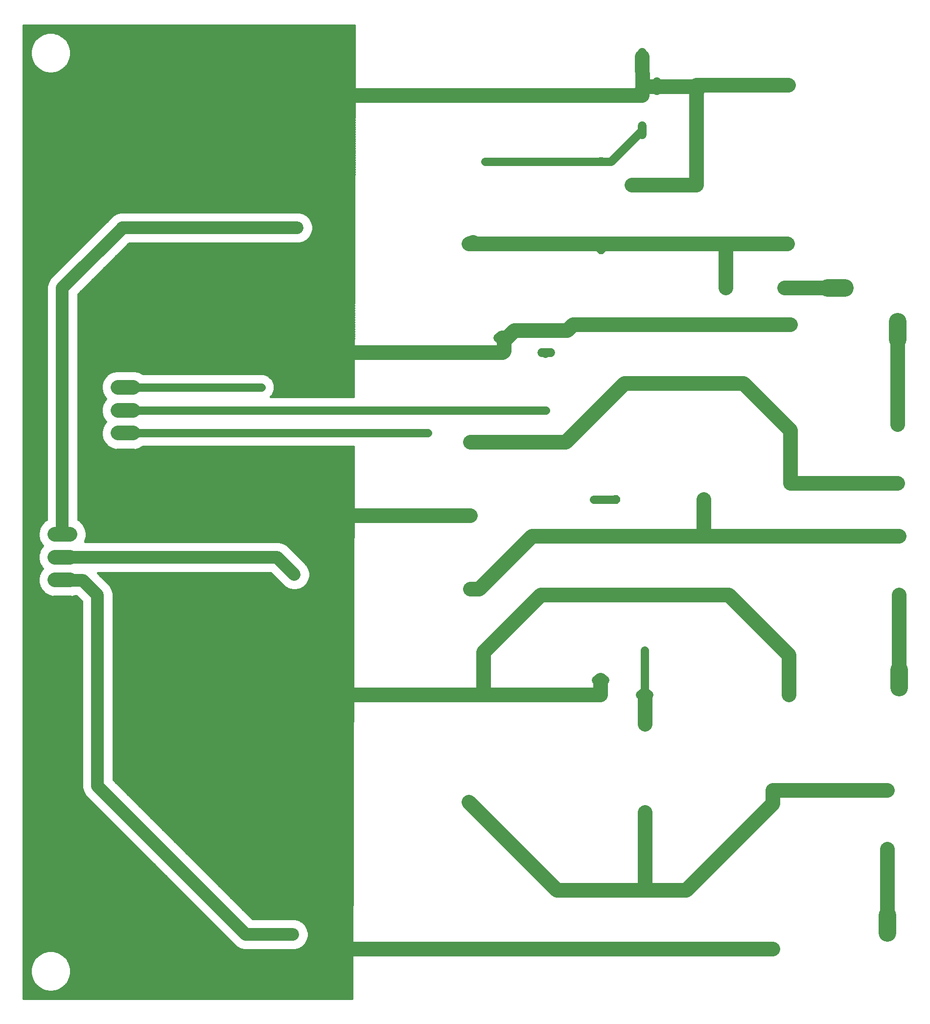
<source format=gbl>
G75*
%MOIN*%
%OFA0B0*%
%FSLAX25Y25*%
%IPPOS*%
%LPD*%
%AMOC8*
5,1,8,0,0,1.08239X$1,22.5*
%
%ADD10C,0.07087*%
%ADD11C,0.11850*%
%ADD12OC8,0.06000*%
%ADD13C,0.06000*%
%ADD14OC8,0.07050*%
%ADD15C,0.06600*%
%ADD16C,0.10039*%
%ADD17C,0.01600*%
%ADD18C,0.10000*%
%ADD19C,0.05600*%
%ADD20R,0.03962X0.03962*%
%ADD21C,0.08600*%
D10*
X0191800Y0051800D03*
X0191800Y0131800D03*
X0311800Y0141800D03*
X0311800Y0041800D03*
X0312800Y0286800D03*
X0312800Y0336800D03*
X0312800Y0386800D03*
X0192800Y0376800D03*
X0192800Y0296800D03*
X0314800Y0522800D03*
X0314800Y0622800D03*
X0194800Y0612800D03*
X0194800Y0532800D03*
D11*
X0555875Y0491800D02*
X0567725Y0491800D01*
X0603800Y0468725D02*
X0603800Y0456875D01*
X0604800Y0231725D02*
X0604800Y0219875D01*
X0596800Y0064725D02*
X0596800Y0052875D01*
D12*
X0459800Y0041800D03*
X0433800Y0041800D03*
X0406800Y0041800D03*
X0406800Y0081800D03*
X0433800Y0081800D03*
X0459800Y0081800D03*
X0431800Y0134800D03*
X0431800Y0194800D03*
X0419800Y0282800D03*
X0445800Y0282800D03*
X0471800Y0282800D03*
X0471800Y0322800D03*
X0471800Y0347800D03*
X0445800Y0322800D03*
X0419800Y0322800D03*
X0411800Y0347800D03*
X0417800Y0426800D03*
X0441800Y0426800D03*
X0465800Y0426800D03*
X0465800Y0466800D03*
X0441800Y0466800D03*
X0417800Y0466800D03*
X0401800Y0517800D03*
X0422800Y0521800D03*
X0445800Y0521800D03*
X0466800Y0521800D03*
X0466800Y0561800D03*
X0445800Y0561800D03*
X0422800Y0561800D03*
X0401800Y0577800D03*
D13*
X0429800Y0596300D02*
X0429800Y0602300D01*
X0439800Y0626300D02*
X0439800Y0632300D01*
X0429800Y0646300D02*
X0429800Y0652300D01*
X0337300Y0457800D02*
X0331300Y0457800D01*
X0317300Y0447800D02*
X0311300Y0447800D01*
X0361300Y0447800D02*
X0367300Y0447800D01*
X0398300Y0224800D02*
X0404300Y0224800D01*
X0384300Y0214800D02*
X0378300Y0214800D01*
X0428300Y0214800D02*
X0434300Y0214800D01*
D14*
X0518800Y0149800D03*
X0529800Y0214800D03*
X0529800Y0322800D03*
X0530800Y0358800D03*
X0530800Y0466800D03*
X0528800Y0521800D03*
X0528800Y0629800D03*
X0518800Y0041800D03*
D15*
X0596800Y0109800D03*
X0596800Y0149800D03*
X0604800Y0282800D03*
X0604800Y0322800D03*
X0603800Y0358800D03*
X0603800Y0398800D03*
X0526800Y0491800D03*
X0486800Y0491800D03*
D16*
X0082820Y0424186D02*
X0072780Y0424186D01*
X0072780Y0408595D02*
X0082820Y0408595D01*
X0082820Y0393005D02*
X0072780Y0393005D01*
X0072780Y0377414D02*
X0082820Y0377414D01*
X0039820Y0324186D02*
X0029780Y0324186D01*
X0029780Y0308595D02*
X0039820Y0308595D01*
X0039820Y0293005D02*
X0029780Y0293005D01*
X0029780Y0277414D02*
X0039820Y0277414D01*
D17*
X0008200Y0008200D02*
X0008200Y0670400D01*
X0233784Y0670400D01*
X0233033Y0417795D01*
X0176808Y0417795D01*
X0177593Y0418579D01*
X0177594Y0418584D01*
X0177985Y0418974D01*
X0179386Y0422356D01*
X0179386Y0426016D01*
X0177985Y0429397D01*
X0177594Y0429788D01*
X0177593Y0429792D01*
X0175792Y0431593D01*
X0175788Y0431594D01*
X0175397Y0431985D01*
X0172016Y0433386D01*
X0089724Y0433386D01*
X0087228Y0434827D01*
X0084323Y0435605D01*
X0071277Y0435605D01*
X0068372Y0434827D01*
X0065768Y0433324D01*
X0063642Y0431198D01*
X0062139Y0428594D01*
X0061361Y0425689D01*
X0061361Y0422682D01*
X0062139Y0419778D01*
X0063642Y0417174D01*
X0064426Y0416391D01*
X0063642Y0415607D01*
X0062139Y0413003D01*
X0061361Y0410099D01*
X0061361Y0407092D01*
X0062139Y0404187D01*
X0063642Y0401583D01*
X0064426Y0400800D01*
X0063642Y0400017D01*
X0062139Y0397413D01*
X0061361Y0394508D01*
X0061361Y0391501D01*
X0062139Y0388597D01*
X0063642Y0385993D01*
X0065768Y0383867D01*
X0068372Y0382363D01*
X0071277Y0381585D01*
X0084323Y0381585D01*
X0087228Y0382363D01*
X0089724Y0383805D01*
X0232932Y0383805D01*
X0231816Y0008200D01*
X0008200Y0008200D01*
X0008200Y0009793D02*
X0231821Y0009793D01*
X0231826Y0011391D02*
X0008200Y0011391D01*
X0008200Y0012990D02*
X0024732Y0012990D01*
X0024973Y0012925D02*
X0028627Y0012925D01*
X0032156Y0013871D01*
X0035319Y0015697D01*
X0037903Y0018281D01*
X0039729Y0021444D01*
X0040675Y0024973D01*
X0040675Y0028627D01*
X0039729Y0032156D01*
X0037903Y0035319D01*
X0035319Y0037903D01*
X0032156Y0039729D01*
X0028627Y0040675D01*
X0024973Y0040675D01*
X0021444Y0039729D01*
X0018281Y0037903D01*
X0015697Y0035319D01*
X0013871Y0032156D01*
X0012925Y0028627D01*
X0012925Y0024973D01*
X0013871Y0021444D01*
X0015697Y0018281D01*
X0018281Y0015697D01*
X0021444Y0013871D01*
X0024973Y0012925D01*
X0028868Y0012990D02*
X0231830Y0012990D01*
X0231835Y0014588D02*
X0033398Y0014588D01*
X0035809Y0016187D02*
X0231840Y0016187D01*
X0231845Y0017785D02*
X0037407Y0017785D01*
X0038540Y0019384D02*
X0231849Y0019384D01*
X0231854Y0020982D02*
X0039463Y0020982D01*
X0040034Y0022581D02*
X0231859Y0022581D01*
X0231864Y0024179D02*
X0040462Y0024179D01*
X0040675Y0025778D02*
X0231868Y0025778D01*
X0231873Y0027376D02*
X0040675Y0027376D01*
X0040582Y0028975D02*
X0231878Y0028975D01*
X0231883Y0030573D02*
X0040153Y0030573D01*
X0039720Y0032172D02*
X0231887Y0032172D01*
X0231892Y0033770D02*
X0038797Y0033770D01*
X0037853Y0035369D02*
X0231897Y0035369D01*
X0231902Y0036967D02*
X0036255Y0036967D01*
X0034171Y0038566D02*
X0231906Y0038566D01*
X0231911Y0040164D02*
X0030533Y0040164D01*
X0023067Y0040164D02*
X0008200Y0040164D01*
X0008200Y0038566D02*
X0019429Y0038566D01*
X0017345Y0036967D02*
X0008200Y0036967D01*
X0008200Y0035369D02*
X0015747Y0035369D01*
X0014803Y0033770D02*
X0008200Y0033770D01*
X0008200Y0032172D02*
X0013880Y0032172D01*
X0013447Y0030573D02*
X0008200Y0030573D01*
X0008200Y0028975D02*
X0013018Y0028975D01*
X0012925Y0027376D02*
X0008200Y0027376D01*
X0008200Y0025778D02*
X0012925Y0025778D01*
X0013138Y0024179D02*
X0008200Y0024179D01*
X0008200Y0022581D02*
X0013566Y0022581D01*
X0014137Y0020982D02*
X0008200Y0020982D01*
X0008200Y0019384D02*
X0015060Y0019384D01*
X0016193Y0017785D02*
X0008200Y0017785D01*
X0008200Y0016187D02*
X0017791Y0016187D01*
X0020202Y0014588D02*
X0008200Y0014588D01*
X0008200Y0041763D02*
X0155918Y0041763D01*
X0155670Y0041829D02*
X0158391Y0041100D01*
X0193209Y0041100D01*
X0195930Y0041829D01*
X0198370Y0043238D01*
X0200362Y0045230D01*
X0201771Y0047670D01*
X0202500Y0050391D01*
X0202500Y0053209D01*
X0201771Y0055930D01*
X0200362Y0058370D01*
X0198370Y0060362D01*
X0195930Y0061771D01*
X0193209Y0062500D01*
X0164232Y0062500D01*
X0069500Y0157232D01*
X0069500Y0284209D01*
X0068771Y0286930D01*
X0067362Y0289370D01*
X0058837Y0297895D01*
X0176573Y0297895D01*
X0186230Y0288238D01*
X0188670Y0286829D01*
X0191391Y0286100D01*
X0194209Y0286100D01*
X0196930Y0286829D01*
X0199370Y0288238D01*
X0201362Y0290230D01*
X0202771Y0292670D01*
X0203500Y0295391D01*
X0203500Y0298209D01*
X0202771Y0300930D01*
X0201362Y0303370D01*
X0187575Y0317157D01*
X0185135Y0318566D01*
X0182413Y0319295D01*
X0050182Y0319295D01*
X0050461Y0319778D01*
X0051239Y0322682D01*
X0051239Y0325689D01*
X0050461Y0328594D01*
X0048958Y0331198D01*
X0046832Y0333324D01*
X0045500Y0334093D01*
X0045500Y0487368D01*
X0080232Y0522100D01*
X0196209Y0522100D01*
X0198930Y0522829D01*
X0201370Y0524238D01*
X0203362Y0526230D01*
X0204771Y0528670D01*
X0205500Y0531391D01*
X0205500Y0534209D01*
X0204771Y0536930D01*
X0203362Y0539370D01*
X0201370Y0541362D01*
X0198930Y0542771D01*
X0196209Y0543500D01*
X0074391Y0543500D01*
X0071670Y0542771D01*
X0069230Y0541362D01*
X0065738Y0537870D01*
X0028230Y0500362D01*
X0026238Y0498370D01*
X0024829Y0495930D01*
X0024100Y0493209D01*
X0024100Y0334093D01*
X0022768Y0333324D01*
X0020642Y0331198D01*
X0019139Y0328594D01*
X0018361Y0325689D01*
X0018361Y0322682D01*
X0019139Y0319778D01*
X0020642Y0317174D01*
X0021426Y0316391D01*
X0020642Y0315607D01*
X0019139Y0313003D01*
X0018361Y0310099D01*
X0018361Y0307092D01*
X0019139Y0304187D01*
X0020642Y0301583D01*
X0021426Y0300800D01*
X0020642Y0300017D01*
X0019139Y0297413D01*
X0018361Y0294508D01*
X0018361Y0291501D01*
X0019139Y0288597D01*
X0020642Y0285993D01*
X0022768Y0283867D01*
X0025372Y0282363D01*
X0028277Y0281585D01*
X0041323Y0281585D01*
X0043245Y0282100D01*
X0044368Y0282100D01*
X0048100Y0278368D01*
X0048100Y0151391D01*
X0048829Y0148670D01*
X0050238Y0146230D01*
X0052230Y0144238D01*
X0153230Y0043238D01*
X0155670Y0041829D01*
X0153107Y0043361D02*
X0008200Y0043361D01*
X0008200Y0044960D02*
X0151508Y0044960D01*
X0149910Y0046558D02*
X0008200Y0046558D01*
X0008200Y0048157D02*
X0148311Y0048157D01*
X0146713Y0049755D02*
X0008200Y0049755D01*
X0008200Y0051354D02*
X0145114Y0051354D01*
X0143516Y0052952D02*
X0008200Y0052952D01*
X0008200Y0054551D02*
X0141917Y0054551D01*
X0140319Y0056149D02*
X0008200Y0056149D01*
X0008200Y0057748D02*
X0138720Y0057748D01*
X0137122Y0059346D02*
X0008200Y0059346D01*
X0008200Y0060945D02*
X0135523Y0060945D01*
X0133924Y0062543D02*
X0008200Y0062543D01*
X0008200Y0064142D02*
X0132326Y0064142D01*
X0130727Y0065740D02*
X0008200Y0065740D01*
X0008200Y0067339D02*
X0129129Y0067339D01*
X0127530Y0068937D02*
X0008200Y0068937D01*
X0008200Y0070536D02*
X0125932Y0070536D01*
X0124333Y0072134D02*
X0008200Y0072134D01*
X0008200Y0073733D02*
X0122735Y0073733D01*
X0121136Y0075332D02*
X0008200Y0075332D01*
X0008200Y0076930D02*
X0119538Y0076930D01*
X0117939Y0078529D02*
X0008200Y0078529D01*
X0008200Y0080127D02*
X0116341Y0080127D01*
X0114742Y0081726D02*
X0008200Y0081726D01*
X0008200Y0083324D02*
X0113144Y0083324D01*
X0111545Y0084923D02*
X0008200Y0084923D01*
X0008200Y0086521D02*
X0109947Y0086521D01*
X0108348Y0088120D02*
X0008200Y0088120D01*
X0008200Y0089718D02*
X0106750Y0089718D01*
X0105151Y0091317D02*
X0008200Y0091317D01*
X0008200Y0092915D02*
X0103553Y0092915D01*
X0101954Y0094514D02*
X0008200Y0094514D01*
X0008200Y0096112D02*
X0100356Y0096112D01*
X0098757Y0097711D02*
X0008200Y0097711D01*
X0008200Y0099309D02*
X0097159Y0099309D01*
X0095560Y0100908D02*
X0008200Y0100908D01*
X0008200Y0102506D02*
X0093962Y0102506D01*
X0092363Y0104105D02*
X0008200Y0104105D01*
X0008200Y0105703D02*
X0090765Y0105703D01*
X0089166Y0107302D02*
X0008200Y0107302D01*
X0008200Y0108900D02*
X0087568Y0108900D01*
X0085969Y0110499D02*
X0008200Y0110499D01*
X0008200Y0112097D02*
X0084371Y0112097D01*
X0082772Y0113696D02*
X0008200Y0113696D01*
X0008200Y0115294D02*
X0081174Y0115294D01*
X0079575Y0116893D02*
X0008200Y0116893D01*
X0008200Y0118491D02*
X0077977Y0118491D01*
X0076378Y0120090D02*
X0008200Y0120090D01*
X0008200Y0121688D02*
X0074780Y0121688D01*
X0073181Y0123287D02*
X0008200Y0123287D01*
X0008200Y0124885D02*
X0071583Y0124885D01*
X0069984Y0126484D02*
X0008200Y0126484D01*
X0008200Y0128082D02*
X0068386Y0128082D01*
X0066787Y0129681D02*
X0008200Y0129681D01*
X0008200Y0131279D02*
X0065188Y0131279D01*
X0063590Y0132878D02*
X0008200Y0132878D01*
X0008200Y0134476D02*
X0061991Y0134476D01*
X0060393Y0136075D02*
X0008200Y0136075D01*
X0008200Y0137673D02*
X0058794Y0137673D01*
X0057196Y0139272D02*
X0008200Y0139272D01*
X0008200Y0140870D02*
X0055597Y0140870D01*
X0053999Y0142469D02*
X0008200Y0142469D01*
X0008200Y0144068D02*
X0052400Y0144068D01*
X0050802Y0145666D02*
X0008200Y0145666D01*
X0008200Y0147265D02*
X0049641Y0147265D01*
X0048777Y0148863D02*
X0008200Y0148863D01*
X0008200Y0150462D02*
X0048349Y0150462D01*
X0048100Y0152060D02*
X0008200Y0152060D01*
X0008200Y0153659D02*
X0048100Y0153659D01*
X0048100Y0155257D02*
X0008200Y0155257D01*
X0008200Y0156856D02*
X0048100Y0156856D01*
X0048100Y0158454D02*
X0008200Y0158454D01*
X0008200Y0160053D02*
X0048100Y0160053D01*
X0048100Y0161651D02*
X0008200Y0161651D01*
X0008200Y0163250D02*
X0048100Y0163250D01*
X0048100Y0164848D02*
X0008200Y0164848D01*
X0008200Y0166447D02*
X0048100Y0166447D01*
X0048100Y0168045D02*
X0008200Y0168045D01*
X0008200Y0169644D02*
X0048100Y0169644D01*
X0048100Y0171242D02*
X0008200Y0171242D01*
X0008200Y0172841D02*
X0048100Y0172841D01*
X0048100Y0174439D02*
X0008200Y0174439D01*
X0008200Y0176038D02*
X0048100Y0176038D01*
X0048100Y0177636D02*
X0008200Y0177636D01*
X0008200Y0179235D02*
X0048100Y0179235D01*
X0048100Y0180833D02*
X0008200Y0180833D01*
X0008200Y0182432D02*
X0048100Y0182432D01*
X0048100Y0184030D02*
X0008200Y0184030D01*
X0008200Y0185629D02*
X0048100Y0185629D01*
X0048100Y0187227D02*
X0008200Y0187227D01*
X0008200Y0188826D02*
X0048100Y0188826D01*
X0048100Y0190424D02*
X0008200Y0190424D01*
X0008200Y0192023D02*
X0048100Y0192023D01*
X0048100Y0193621D02*
X0008200Y0193621D01*
X0008200Y0195220D02*
X0048100Y0195220D01*
X0048100Y0196818D02*
X0008200Y0196818D01*
X0008200Y0198417D02*
X0048100Y0198417D01*
X0048100Y0200015D02*
X0008200Y0200015D01*
X0008200Y0201614D02*
X0048100Y0201614D01*
X0048100Y0203212D02*
X0008200Y0203212D01*
X0008200Y0204811D02*
X0048100Y0204811D01*
X0048100Y0206409D02*
X0008200Y0206409D01*
X0008200Y0208008D02*
X0048100Y0208008D01*
X0048100Y0209606D02*
X0008200Y0209606D01*
X0008200Y0211205D02*
X0048100Y0211205D01*
X0048100Y0212803D02*
X0008200Y0212803D01*
X0008200Y0214402D02*
X0048100Y0214402D01*
X0048100Y0216001D02*
X0008200Y0216001D01*
X0008200Y0217599D02*
X0048100Y0217599D01*
X0048100Y0219198D02*
X0008200Y0219198D01*
X0008200Y0220796D02*
X0048100Y0220796D01*
X0048100Y0222395D02*
X0008200Y0222395D01*
X0008200Y0223993D02*
X0048100Y0223993D01*
X0048100Y0225592D02*
X0008200Y0225592D01*
X0008200Y0227190D02*
X0048100Y0227190D01*
X0048100Y0228789D02*
X0008200Y0228789D01*
X0008200Y0230387D02*
X0048100Y0230387D01*
X0048100Y0231986D02*
X0008200Y0231986D01*
X0008200Y0233584D02*
X0048100Y0233584D01*
X0048100Y0235183D02*
X0008200Y0235183D01*
X0008200Y0236781D02*
X0048100Y0236781D01*
X0048100Y0238380D02*
X0008200Y0238380D01*
X0008200Y0239978D02*
X0048100Y0239978D01*
X0048100Y0241577D02*
X0008200Y0241577D01*
X0008200Y0243175D02*
X0048100Y0243175D01*
X0048100Y0244774D02*
X0008200Y0244774D01*
X0008200Y0246372D02*
X0048100Y0246372D01*
X0048100Y0247971D02*
X0008200Y0247971D01*
X0008200Y0249569D02*
X0048100Y0249569D01*
X0048100Y0251168D02*
X0008200Y0251168D01*
X0008200Y0252766D02*
X0048100Y0252766D01*
X0048100Y0254365D02*
X0008200Y0254365D01*
X0008200Y0255963D02*
X0048100Y0255963D01*
X0048100Y0257562D02*
X0008200Y0257562D01*
X0008200Y0259160D02*
X0048100Y0259160D01*
X0048100Y0260759D02*
X0008200Y0260759D01*
X0008200Y0262357D02*
X0048100Y0262357D01*
X0048100Y0263956D02*
X0008200Y0263956D01*
X0008200Y0265554D02*
X0048100Y0265554D01*
X0048100Y0267153D02*
X0008200Y0267153D01*
X0008200Y0268751D02*
X0048100Y0268751D01*
X0048100Y0270350D02*
X0008200Y0270350D01*
X0008200Y0271948D02*
X0048100Y0271948D01*
X0048100Y0273547D02*
X0008200Y0273547D01*
X0008200Y0275145D02*
X0048100Y0275145D01*
X0048100Y0276744D02*
X0008200Y0276744D01*
X0008200Y0278342D02*
X0048100Y0278342D01*
X0046527Y0279941D02*
X0008200Y0279941D01*
X0008200Y0281539D02*
X0044928Y0281539D01*
X0060806Y0295926D02*
X0178542Y0295926D01*
X0180140Y0294328D02*
X0062404Y0294328D01*
X0064003Y0292729D02*
X0181739Y0292729D01*
X0183337Y0291131D02*
X0065602Y0291131D01*
X0067200Y0289532D02*
X0184936Y0289532D01*
X0186757Y0287934D02*
X0068191Y0287934D01*
X0068930Y0286335D02*
X0190514Y0286335D01*
X0195086Y0286335D02*
X0232643Y0286335D01*
X0232638Y0284737D02*
X0069359Y0284737D01*
X0069500Y0283138D02*
X0232633Y0283138D01*
X0232628Y0281539D02*
X0069500Y0281539D01*
X0069500Y0279941D02*
X0232624Y0279941D01*
X0232619Y0278342D02*
X0069500Y0278342D01*
X0069500Y0276744D02*
X0232614Y0276744D01*
X0232609Y0275145D02*
X0069500Y0275145D01*
X0069500Y0273547D02*
X0232605Y0273547D01*
X0232600Y0271948D02*
X0069500Y0271948D01*
X0069500Y0270350D02*
X0232595Y0270350D01*
X0232590Y0268751D02*
X0069500Y0268751D01*
X0069500Y0267153D02*
X0232586Y0267153D01*
X0232581Y0265554D02*
X0069500Y0265554D01*
X0069500Y0263956D02*
X0232576Y0263956D01*
X0232571Y0262357D02*
X0069500Y0262357D01*
X0069500Y0260759D02*
X0232567Y0260759D01*
X0232562Y0259160D02*
X0069500Y0259160D01*
X0069500Y0257562D02*
X0232557Y0257562D01*
X0232552Y0255963D02*
X0069500Y0255963D01*
X0069500Y0254365D02*
X0232548Y0254365D01*
X0232543Y0252766D02*
X0069500Y0252766D01*
X0069500Y0251168D02*
X0232538Y0251168D01*
X0232533Y0249569D02*
X0069500Y0249569D01*
X0069500Y0247971D02*
X0232529Y0247971D01*
X0232524Y0246372D02*
X0069500Y0246372D01*
X0069500Y0244774D02*
X0232519Y0244774D01*
X0232514Y0243175D02*
X0069500Y0243175D01*
X0069500Y0241577D02*
X0232510Y0241577D01*
X0232505Y0239978D02*
X0069500Y0239978D01*
X0069500Y0238380D02*
X0232500Y0238380D01*
X0232495Y0236781D02*
X0069500Y0236781D01*
X0069500Y0235183D02*
X0232491Y0235183D01*
X0232486Y0233584D02*
X0069500Y0233584D01*
X0069500Y0231986D02*
X0232481Y0231986D01*
X0232476Y0230387D02*
X0069500Y0230387D01*
X0069500Y0228789D02*
X0232472Y0228789D01*
X0232467Y0227190D02*
X0069500Y0227190D01*
X0069500Y0225592D02*
X0232462Y0225592D01*
X0232457Y0223993D02*
X0069500Y0223993D01*
X0069500Y0222395D02*
X0232453Y0222395D01*
X0232448Y0220796D02*
X0069500Y0220796D01*
X0069500Y0219198D02*
X0232443Y0219198D01*
X0232438Y0217599D02*
X0069500Y0217599D01*
X0069500Y0216001D02*
X0232434Y0216001D01*
X0232429Y0214402D02*
X0069500Y0214402D01*
X0069500Y0212803D02*
X0232424Y0212803D01*
X0232419Y0211205D02*
X0069500Y0211205D01*
X0069500Y0209606D02*
X0232415Y0209606D01*
X0232410Y0208008D02*
X0069500Y0208008D01*
X0069500Y0206409D02*
X0232405Y0206409D01*
X0232400Y0204811D02*
X0069500Y0204811D01*
X0069500Y0203212D02*
X0232396Y0203212D01*
X0232391Y0201614D02*
X0069500Y0201614D01*
X0069500Y0200015D02*
X0232386Y0200015D01*
X0232381Y0198417D02*
X0069500Y0198417D01*
X0069500Y0196818D02*
X0232377Y0196818D01*
X0232372Y0195220D02*
X0069500Y0195220D01*
X0069500Y0193621D02*
X0232367Y0193621D01*
X0232362Y0192023D02*
X0069500Y0192023D01*
X0069500Y0190424D02*
X0232358Y0190424D01*
X0232353Y0188826D02*
X0069500Y0188826D01*
X0069500Y0187227D02*
X0232348Y0187227D01*
X0232343Y0185629D02*
X0069500Y0185629D01*
X0069500Y0184030D02*
X0232339Y0184030D01*
X0232334Y0182432D02*
X0069500Y0182432D01*
X0069500Y0180833D02*
X0232329Y0180833D01*
X0232324Y0179235D02*
X0069500Y0179235D01*
X0069500Y0177636D02*
X0232320Y0177636D01*
X0232315Y0176038D02*
X0069500Y0176038D01*
X0069500Y0174439D02*
X0232310Y0174439D01*
X0232305Y0172841D02*
X0069500Y0172841D01*
X0069500Y0171242D02*
X0232301Y0171242D01*
X0232296Y0169644D02*
X0069500Y0169644D01*
X0069500Y0168045D02*
X0232291Y0168045D01*
X0232286Y0166447D02*
X0069500Y0166447D01*
X0069500Y0164848D02*
X0232282Y0164848D01*
X0232277Y0163250D02*
X0069500Y0163250D01*
X0069500Y0161651D02*
X0232272Y0161651D01*
X0232267Y0160053D02*
X0069500Y0160053D01*
X0069500Y0158454D02*
X0232263Y0158454D01*
X0232258Y0156856D02*
X0069876Y0156856D01*
X0071475Y0155257D02*
X0232253Y0155257D01*
X0232248Y0153659D02*
X0073073Y0153659D01*
X0074672Y0152060D02*
X0232244Y0152060D01*
X0232239Y0150462D02*
X0076271Y0150462D01*
X0077869Y0148863D02*
X0232234Y0148863D01*
X0232229Y0147265D02*
X0079468Y0147265D01*
X0081066Y0145666D02*
X0232225Y0145666D01*
X0232220Y0144068D02*
X0082665Y0144068D01*
X0084263Y0142469D02*
X0232215Y0142469D01*
X0232210Y0140870D02*
X0085862Y0140870D01*
X0087460Y0139272D02*
X0232206Y0139272D01*
X0232201Y0137673D02*
X0089059Y0137673D01*
X0090657Y0136075D02*
X0232196Y0136075D01*
X0232191Y0134476D02*
X0092256Y0134476D01*
X0093854Y0132878D02*
X0232187Y0132878D01*
X0232182Y0131279D02*
X0095453Y0131279D01*
X0097051Y0129681D02*
X0232177Y0129681D01*
X0232172Y0128082D02*
X0098650Y0128082D01*
X0100248Y0126484D02*
X0232168Y0126484D01*
X0232163Y0124885D02*
X0101847Y0124885D01*
X0103445Y0123287D02*
X0232158Y0123287D01*
X0232153Y0121688D02*
X0105044Y0121688D01*
X0106642Y0120090D02*
X0232149Y0120090D01*
X0232144Y0118491D02*
X0108241Y0118491D01*
X0109839Y0116893D02*
X0232139Y0116893D01*
X0232134Y0115294D02*
X0111438Y0115294D01*
X0113036Y0113696D02*
X0232130Y0113696D01*
X0232125Y0112097D02*
X0114635Y0112097D01*
X0116233Y0110499D02*
X0232120Y0110499D01*
X0232115Y0108900D02*
X0117832Y0108900D01*
X0119430Y0107302D02*
X0232111Y0107302D01*
X0232106Y0105703D02*
X0121029Y0105703D01*
X0122627Y0104105D02*
X0232101Y0104105D01*
X0232096Y0102506D02*
X0124226Y0102506D01*
X0125824Y0100908D02*
X0232092Y0100908D01*
X0232087Y0099309D02*
X0127423Y0099309D01*
X0129021Y0097711D02*
X0232082Y0097711D01*
X0232077Y0096112D02*
X0130620Y0096112D01*
X0132218Y0094514D02*
X0232073Y0094514D01*
X0232068Y0092915D02*
X0133817Y0092915D01*
X0135415Y0091317D02*
X0232063Y0091317D01*
X0232058Y0089718D02*
X0137014Y0089718D01*
X0138612Y0088120D02*
X0232054Y0088120D01*
X0232049Y0086521D02*
X0140211Y0086521D01*
X0141809Y0084923D02*
X0232044Y0084923D01*
X0232039Y0083324D02*
X0143408Y0083324D01*
X0145006Y0081726D02*
X0232035Y0081726D01*
X0232030Y0080127D02*
X0146605Y0080127D01*
X0148204Y0078529D02*
X0232025Y0078529D01*
X0232020Y0076930D02*
X0149802Y0076930D01*
X0151401Y0075332D02*
X0232016Y0075332D01*
X0232011Y0073733D02*
X0152999Y0073733D01*
X0154598Y0072134D02*
X0232006Y0072134D01*
X0232001Y0070536D02*
X0156196Y0070536D01*
X0157795Y0068937D02*
X0231997Y0068937D01*
X0231992Y0067339D02*
X0159393Y0067339D01*
X0160992Y0065740D02*
X0231987Y0065740D01*
X0231982Y0064142D02*
X0162590Y0064142D01*
X0164189Y0062543D02*
X0231978Y0062543D01*
X0231973Y0060945D02*
X0197361Y0060945D01*
X0199386Y0059346D02*
X0231968Y0059346D01*
X0231963Y0057748D02*
X0200721Y0057748D01*
X0201644Y0056149D02*
X0231959Y0056149D01*
X0231954Y0054551D02*
X0202140Y0054551D01*
X0202500Y0052952D02*
X0231949Y0052952D01*
X0231944Y0051354D02*
X0202500Y0051354D01*
X0202330Y0049755D02*
X0231940Y0049755D01*
X0231935Y0048157D02*
X0201901Y0048157D01*
X0201129Y0046558D02*
X0231930Y0046558D01*
X0231925Y0044960D02*
X0200092Y0044960D01*
X0198493Y0043361D02*
X0231921Y0043361D01*
X0231916Y0041763D02*
X0195682Y0041763D01*
X0024031Y0283138D02*
X0008200Y0283138D01*
X0008200Y0284737D02*
X0021899Y0284737D01*
X0020445Y0286335D02*
X0008200Y0286335D01*
X0008200Y0287934D02*
X0019522Y0287934D01*
X0018888Y0289532D02*
X0008200Y0289532D01*
X0008200Y0291131D02*
X0018460Y0291131D01*
X0018361Y0292729D02*
X0008200Y0292729D01*
X0008200Y0294328D02*
X0018361Y0294328D01*
X0018741Y0295926D02*
X0008200Y0295926D01*
X0008200Y0297525D02*
X0019204Y0297525D01*
X0020126Y0299123D02*
X0008200Y0299123D01*
X0008200Y0300722D02*
X0021347Y0300722D01*
X0020217Y0302320D02*
X0008200Y0302320D01*
X0008200Y0303919D02*
X0019294Y0303919D01*
X0018783Y0305517D02*
X0008200Y0305517D01*
X0008200Y0307116D02*
X0018361Y0307116D01*
X0018361Y0308714D02*
X0008200Y0308714D01*
X0008200Y0310313D02*
X0018418Y0310313D01*
X0018846Y0311911D02*
X0008200Y0311911D01*
X0008200Y0313510D02*
X0019431Y0313510D01*
X0020354Y0315108D02*
X0008200Y0315108D01*
X0008200Y0316707D02*
X0021110Y0316707D01*
X0019989Y0318305D02*
X0008200Y0318305D01*
X0008200Y0319904D02*
X0019105Y0319904D01*
X0018677Y0321502D02*
X0008200Y0321502D01*
X0008200Y0323101D02*
X0018361Y0323101D01*
X0018361Y0324699D02*
X0008200Y0324699D01*
X0008200Y0326298D02*
X0018524Y0326298D01*
X0018952Y0327896D02*
X0008200Y0327896D01*
X0008200Y0329495D02*
X0019659Y0329495D01*
X0020582Y0331093D02*
X0008200Y0331093D01*
X0008200Y0332692D02*
X0022136Y0332692D01*
X0024100Y0334290D02*
X0008200Y0334290D01*
X0008200Y0335889D02*
X0024100Y0335889D01*
X0024100Y0337487D02*
X0008200Y0337487D01*
X0008200Y0339086D02*
X0024100Y0339086D01*
X0024100Y0340684D02*
X0008200Y0340684D01*
X0008200Y0342283D02*
X0024100Y0342283D01*
X0024100Y0343881D02*
X0008200Y0343881D01*
X0008200Y0345480D02*
X0024100Y0345480D01*
X0024100Y0347078D02*
X0008200Y0347078D01*
X0008200Y0348677D02*
X0024100Y0348677D01*
X0024100Y0350275D02*
X0008200Y0350275D01*
X0008200Y0351874D02*
X0024100Y0351874D01*
X0024100Y0353472D02*
X0008200Y0353472D01*
X0008200Y0355071D02*
X0024100Y0355071D01*
X0024100Y0356670D02*
X0008200Y0356670D01*
X0008200Y0358268D02*
X0024100Y0358268D01*
X0024100Y0359867D02*
X0008200Y0359867D01*
X0008200Y0361465D02*
X0024100Y0361465D01*
X0024100Y0363064D02*
X0008200Y0363064D01*
X0008200Y0364662D02*
X0024100Y0364662D01*
X0024100Y0366261D02*
X0008200Y0366261D01*
X0008200Y0367859D02*
X0024100Y0367859D01*
X0024100Y0369458D02*
X0008200Y0369458D01*
X0008200Y0371056D02*
X0024100Y0371056D01*
X0024100Y0372655D02*
X0008200Y0372655D01*
X0008200Y0374253D02*
X0024100Y0374253D01*
X0024100Y0375852D02*
X0008200Y0375852D01*
X0008200Y0377450D02*
X0024100Y0377450D01*
X0024100Y0379049D02*
X0008200Y0379049D01*
X0008200Y0380647D02*
X0024100Y0380647D01*
X0024100Y0382246D02*
X0008200Y0382246D01*
X0008200Y0383844D02*
X0024100Y0383844D01*
X0024100Y0385443D02*
X0008200Y0385443D01*
X0008200Y0387041D02*
X0024100Y0387041D01*
X0024100Y0388640D02*
X0008200Y0388640D01*
X0008200Y0390238D02*
X0024100Y0390238D01*
X0024100Y0391837D02*
X0008200Y0391837D01*
X0008200Y0393435D02*
X0024100Y0393435D01*
X0024100Y0395034D02*
X0008200Y0395034D01*
X0008200Y0396632D02*
X0024100Y0396632D01*
X0024100Y0398231D02*
X0008200Y0398231D01*
X0008200Y0399829D02*
X0024100Y0399829D01*
X0024100Y0401428D02*
X0008200Y0401428D01*
X0008200Y0403026D02*
X0024100Y0403026D01*
X0024100Y0404625D02*
X0008200Y0404625D01*
X0008200Y0406223D02*
X0024100Y0406223D01*
X0024100Y0407822D02*
X0008200Y0407822D01*
X0008200Y0409420D02*
X0024100Y0409420D01*
X0024100Y0411019D02*
X0008200Y0411019D01*
X0008200Y0412617D02*
X0024100Y0412617D01*
X0024100Y0414216D02*
X0008200Y0414216D01*
X0008200Y0415814D02*
X0024100Y0415814D01*
X0024100Y0417413D02*
X0008200Y0417413D01*
X0008200Y0419011D02*
X0024100Y0419011D01*
X0024100Y0420610D02*
X0008200Y0420610D01*
X0008200Y0422208D02*
X0024100Y0422208D01*
X0024100Y0423807D02*
X0008200Y0423807D01*
X0008200Y0425405D02*
X0024100Y0425405D01*
X0024100Y0427004D02*
X0008200Y0427004D01*
X0008200Y0428603D02*
X0024100Y0428603D01*
X0024100Y0430201D02*
X0008200Y0430201D01*
X0008200Y0431800D02*
X0024100Y0431800D01*
X0024100Y0433398D02*
X0008200Y0433398D01*
X0008200Y0434997D02*
X0024100Y0434997D01*
X0024100Y0436595D02*
X0008200Y0436595D01*
X0008200Y0438194D02*
X0024100Y0438194D01*
X0024100Y0439792D02*
X0008200Y0439792D01*
X0008200Y0441391D02*
X0024100Y0441391D01*
X0024100Y0442989D02*
X0008200Y0442989D01*
X0008200Y0444588D02*
X0024100Y0444588D01*
X0024100Y0446186D02*
X0008200Y0446186D01*
X0008200Y0447785D02*
X0024100Y0447785D01*
X0024100Y0449383D02*
X0008200Y0449383D01*
X0008200Y0450982D02*
X0024100Y0450982D01*
X0024100Y0452580D02*
X0008200Y0452580D01*
X0008200Y0454179D02*
X0024100Y0454179D01*
X0024100Y0455777D02*
X0008200Y0455777D01*
X0008200Y0457376D02*
X0024100Y0457376D01*
X0024100Y0458974D02*
X0008200Y0458974D01*
X0008200Y0460573D02*
X0024100Y0460573D01*
X0024100Y0462171D02*
X0008200Y0462171D01*
X0008200Y0463770D02*
X0024100Y0463770D01*
X0024100Y0465368D02*
X0008200Y0465368D01*
X0008200Y0466967D02*
X0024100Y0466967D01*
X0024100Y0468565D02*
X0008200Y0468565D01*
X0008200Y0470164D02*
X0024100Y0470164D01*
X0024100Y0471762D02*
X0008200Y0471762D01*
X0008200Y0473361D02*
X0024100Y0473361D01*
X0024100Y0474959D02*
X0008200Y0474959D01*
X0008200Y0476558D02*
X0024100Y0476558D01*
X0024100Y0478156D02*
X0008200Y0478156D01*
X0008200Y0479755D02*
X0024100Y0479755D01*
X0024100Y0481353D02*
X0008200Y0481353D01*
X0008200Y0482952D02*
X0024100Y0482952D01*
X0024100Y0484550D02*
X0008200Y0484550D01*
X0008200Y0486149D02*
X0024100Y0486149D01*
X0024100Y0487747D02*
X0008200Y0487747D01*
X0008200Y0489346D02*
X0024100Y0489346D01*
X0024100Y0490944D02*
X0008200Y0490944D01*
X0008200Y0492543D02*
X0024100Y0492543D01*
X0024350Y0494141D02*
X0008200Y0494141D01*
X0008200Y0495740D02*
X0024778Y0495740D01*
X0025642Y0497339D02*
X0008200Y0497339D01*
X0008200Y0498937D02*
X0026805Y0498937D01*
X0028230Y0500362D02*
X0028230Y0500362D01*
X0028403Y0500536D02*
X0008200Y0500536D01*
X0008200Y0502134D02*
X0030002Y0502134D01*
X0031600Y0503733D02*
X0008200Y0503733D01*
X0008200Y0505331D02*
X0033199Y0505331D01*
X0034798Y0506930D02*
X0008200Y0506930D01*
X0008200Y0508528D02*
X0036396Y0508528D01*
X0037995Y0510127D02*
X0008200Y0510127D01*
X0008200Y0511725D02*
X0039593Y0511725D01*
X0041192Y0513324D02*
X0008200Y0513324D01*
X0008200Y0514922D02*
X0042790Y0514922D01*
X0044389Y0516521D02*
X0008200Y0516521D01*
X0008200Y0518119D02*
X0045987Y0518119D01*
X0047586Y0519718D02*
X0008200Y0519718D01*
X0008200Y0521316D02*
X0049184Y0521316D01*
X0050783Y0522915D02*
X0008200Y0522915D01*
X0008200Y0524513D02*
X0052381Y0524513D01*
X0053980Y0526112D02*
X0008200Y0526112D01*
X0008200Y0527710D02*
X0055578Y0527710D01*
X0057177Y0529309D02*
X0008200Y0529309D01*
X0008200Y0530907D02*
X0058775Y0530907D01*
X0060374Y0532506D02*
X0008200Y0532506D01*
X0008200Y0534104D02*
X0061972Y0534104D01*
X0063571Y0535703D02*
X0008200Y0535703D01*
X0008200Y0537301D02*
X0065169Y0537301D01*
X0065738Y0537870D02*
X0065738Y0537870D01*
X0066768Y0538900D02*
X0008200Y0538900D01*
X0008200Y0540498D02*
X0068366Y0540498D01*
X0070503Y0542097D02*
X0008200Y0542097D01*
X0008200Y0543695D02*
X0233407Y0543695D01*
X0233403Y0542097D02*
X0200097Y0542097D01*
X0202234Y0540498D02*
X0233398Y0540498D01*
X0233393Y0538900D02*
X0203634Y0538900D01*
X0204556Y0537301D02*
X0233388Y0537301D01*
X0233384Y0535703D02*
X0205100Y0535703D01*
X0205500Y0534104D02*
X0233379Y0534104D01*
X0233374Y0532506D02*
X0205500Y0532506D01*
X0205370Y0530907D02*
X0233369Y0530907D01*
X0233365Y0529309D02*
X0204942Y0529309D01*
X0204217Y0527710D02*
X0233360Y0527710D01*
X0233355Y0526112D02*
X0203244Y0526112D01*
X0201645Y0524513D02*
X0233350Y0524513D01*
X0233346Y0522915D02*
X0199078Y0522915D01*
X0233341Y0521316D02*
X0079448Y0521316D01*
X0077850Y0519718D02*
X0233336Y0519718D01*
X0233331Y0518119D02*
X0076251Y0518119D01*
X0074653Y0516521D02*
X0233327Y0516521D01*
X0233322Y0514922D02*
X0073054Y0514922D01*
X0071456Y0513324D02*
X0233317Y0513324D01*
X0233312Y0511725D02*
X0069857Y0511725D01*
X0068259Y0510127D02*
X0233308Y0510127D01*
X0233303Y0508528D02*
X0066660Y0508528D01*
X0065062Y0506930D02*
X0233298Y0506930D01*
X0233293Y0505331D02*
X0063463Y0505331D01*
X0061865Y0503733D02*
X0233289Y0503733D01*
X0233284Y0502134D02*
X0060266Y0502134D01*
X0058668Y0500536D02*
X0233279Y0500536D01*
X0233274Y0498937D02*
X0057069Y0498937D01*
X0055471Y0497339D02*
X0233270Y0497339D01*
X0233265Y0495740D02*
X0053872Y0495740D01*
X0052274Y0494141D02*
X0233260Y0494141D01*
X0233255Y0492543D02*
X0050675Y0492543D01*
X0049077Y0490944D02*
X0233251Y0490944D01*
X0233246Y0489346D02*
X0047478Y0489346D01*
X0045880Y0487747D02*
X0233241Y0487747D01*
X0233236Y0486149D02*
X0045500Y0486149D01*
X0045500Y0484550D02*
X0233232Y0484550D01*
X0233227Y0482952D02*
X0045500Y0482952D01*
X0045500Y0481353D02*
X0233222Y0481353D01*
X0233217Y0479755D02*
X0045500Y0479755D01*
X0045500Y0478156D02*
X0233213Y0478156D01*
X0233208Y0476558D02*
X0045500Y0476558D01*
X0045500Y0474959D02*
X0233203Y0474959D01*
X0233198Y0473361D02*
X0045500Y0473361D01*
X0045500Y0471762D02*
X0233194Y0471762D01*
X0233189Y0470164D02*
X0045500Y0470164D01*
X0045500Y0468565D02*
X0233184Y0468565D01*
X0233179Y0466967D02*
X0045500Y0466967D01*
X0045500Y0465368D02*
X0233175Y0465368D01*
X0233170Y0463770D02*
X0045500Y0463770D01*
X0045500Y0462171D02*
X0233165Y0462171D01*
X0233160Y0460573D02*
X0045500Y0460573D01*
X0045500Y0458974D02*
X0233156Y0458974D01*
X0233151Y0457376D02*
X0045500Y0457376D01*
X0045500Y0455777D02*
X0233146Y0455777D01*
X0233141Y0454179D02*
X0045500Y0454179D01*
X0045500Y0452580D02*
X0233137Y0452580D01*
X0233132Y0450982D02*
X0045500Y0450982D01*
X0045500Y0449383D02*
X0233127Y0449383D01*
X0233122Y0447785D02*
X0045500Y0447785D01*
X0045500Y0446186D02*
X0233118Y0446186D01*
X0233113Y0444588D02*
X0045500Y0444588D01*
X0045500Y0442989D02*
X0233108Y0442989D01*
X0233103Y0441391D02*
X0045500Y0441391D01*
X0045500Y0439792D02*
X0233099Y0439792D01*
X0233094Y0438194D02*
X0045500Y0438194D01*
X0045500Y0436595D02*
X0233089Y0436595D01*
X0233084Y0434997D02*
X0086596Y0434997D01*
X0089703Y0433398D02*
X0233080Y0433398D01*
X0233075Y0431800D02*
X0175583Y0431800D01*
X0177184Y0430201D02*
X0233070Y0430201D01*
X0233065Y0428603D02*
X0178314Y0428603D01*
X0178977Y0427004D02*
X0233061Y0427004D01*
X0233056Y0425405D02*
X0179386Y0425405D01*
X0179386Y0423807D02*
X0233051Y0423807D01*
X0233046Y0422208D02*
X0179325Y0422208D01*
X0178663Y0420610D02*
X0233042Y0420610D01*
X0233037Y0419011D02*
X0178001Y0419011D01*
X0232928Y0382246D02*
X0086789Y0382246D01*
X0068811Y0382246D02*
X0045500Y0382246D01*
X0045500Y0383844D02*
X0065807Y0383844D01*
X0064192Y0385443D02*
X0045500Y0385443D01*
X0045500Y0387041D02*
X0063037Y0387041D01*
X0062127Y0388640D02*
X0045500Y0388640D01*
X0045500Y0390238D02*
X0061699Y0390238D01*
X0061361Y0391837D02*
X0045500Y0391837D01*
X0045500Y0393435D02*
X0061361Y0393435D01*
X0061501Y0395034D02*
X0045500Y0395034D01*
X0045500Y0396632D02*
X0061930Y0396632D01*
X0062611Y0398231D02*
X0045500Y0398231D01*
X0045500Y0399829D02*
X0063534Y0399829D01*
X0063798Y0401428D02*
X0045500Y0401428D01*
X0045500Y0403026D02*
X0062809Y0403026D01*
X0062022Y0404625D02*
X0045500Y0404625D01*
X0045500Y0406223D02*
X0061593Y0406223D01*
X0061361Y0407822D02*
X0045500Y0407822D01*
X0045500Y0409420D02*
X0061361Y0409420D01*
X0061607Y0411019D02*
X0045500Y0411019D01*
X0045500Y0412617D02*
X0062036Y0412617D01*
X0062839Y0414216D02*
X0045500Y0414216D01*
X0045500Y0415814D02*
X0063850Y0415814D01*
X0063504Y0417413D02*
X0045500Y0417413D01*
X0045500Y0419011D02*
X0062581Y0419011D01*
X0061916Y0420610D02*
X0045500Y0420610D01*
X0045500Y0422208D02*
X0061488Y0422208D01*
X0061361Y0423807D02*
X0045500Y0423807D01*
X0045500Y0425405D02*
X0061361Y0425405D01*
X0061713Y0427004D02*
X0045500Y0427004D01*
X0045500Y0428603D02*
X0062144Y0428603D01*
X0063067Y0430201D02*
X0045500Y0430201D01*
X0045500Y0431800D02*
X0064244Y0431800D01*
X0065897Y0433398D02*
X0045500Y0433398D01*
X0045500Y0434997D02*
X0069004Y0434997D01*
X0045500Y0380647D02*
X0232923Y0380647D01*
X0232918Y0379049D02*
X0045500Y0379049D01*
X0045500Y0377450D02*
X0232913Y0377450D01*
X0232909Y0375852D02*
X0045500Y0375852D01*
X0045500Y0374253D02*
X0232904Y0374253D01*
X0232899Y0372655D02*
X0045500Y0372655D01*
X0045500Y0371056D02*
X0232894Y0371056D01*
X0232890Y0369458D02*
X0045500Y0369458D01*
X0045500Y0367859D02*
X0232885Y0367859D01*
X0232880Y0366261D02*
X0045500Y0366261D01*
X0045500Y0364662D02*
X0232875Y0364662D01*
X0232871Y0363064D02*
X0045500Y0363064D01*
X0045500Y0361465D02*
X0232866Y0361465D01*
X0232861Y0359867D02*
X0045500Y0359867D01*
X0045500Y0358268D02*
X0232856Y0358268D01*
X0232852Y0356670D02*
X0045500Y0356670D01*
X0045500Y0355071D02*
X0232847Y0355071D01*
X0232842Y0353472D02*
X0045500Y0353472D01*
X0045500Y0351874D02*
X0232837Y0351874D01*
X0232833Y0350275D02*
X0045500Y0350275D01*
X0045500Y0348677D02*
X0232828Y0348677D01*
X0232823Y0347078D02*
X0045500Y0347078D01*
X0045500Y0345480D02*
X0232818Y0345480D01*
X0232814Y0343881D02*
X0045500Y0343881D01*
X0045500Y0342283D02*
X0232809Y0342283D01*
X0232804Y0340684D02*
X0045500Y0340684D01*
X0045500Y0339086D02*
X0232799Y0339086D01*
X0232795Y0337487D02*
X0045500Y0337487D01*
X0045500Y0335889D02*
X0232790Y0335889D01*
X0232785Y0334290D02*
X0045500Y0334290D01*
X0047464Y0332692D02*
X0232780Y0332692D01*
X0232776Y0331093D02*
X0049018Y0331093D01*
X0049941Y0329495D02*
X0232771Y0329495D01*
X0232766Y0327896D02*
X0050648Y0327896D01*
X0051076Y0326298D02*
X0232761Y0326298D01*
X0232757Y0324699D02*
X0051239Y0324699D01*
X0051239Y0323101D02*
X0232752Y0323101D01*
X0232747Y0321502D02*
X0050923Y0321502D01*
X0050495Y0319904D02*
X0232742Y0319904D01*
X0232738Y0318305D02*
X0185587Y0318305D01*
X0188025Y0316707D02*
X0232733Y0316707D01*
X0232728Y0315108D02*
X0189624Y0315108D01*
X0191222Y0313510D02*
X0232723Y0313510D01*
X0232719Y0311911D02*
X0192821Y0311911D01*
X0194419Y0310313D02*
X0232714Y0310313D01*
X0232709Y0308714D02*
X0196018Y0308714D01*
X0197616Y0307116D02*
X0232704Y0307116D01*
X0232700Y0305517D02*
X0199215Y0305517D01*
X0200813Y0303919D02*
X0232695Y0303919D01*
X0232690Y0302320D02*
X0201968Y0302320D01*
X0202827Y0300722D02*
X0232685Y0300722D01*
X0232681Y0299123D02*
X0203255Y0299123D01*
X0203500Y0297525D02*
X0232676Y0297525D01*
X0232671Y0295926D02*
X0203500Y0295926D01*
X0203215Y0294328D02*
X0232666Y0294328D01*
X0232662Y0292729D02*
X0202787Y0292729D01*
X0201882Y0291131D02*
X0232657Y0291131D01*
X0232652Y0289532D02*
X0200664Y0289532D01*
X0198843Y0287934D02*
X0232647Y0287934D01*
X0176943Y0297525D02*
X0059207Y0297525D01*
X0008200Y0545294D02*
X0233412Y0545294D01*
X0233417Y0546892D02*
X0008200Y0546892D01*
X0008200Y0548491D02*
X0233422Y0548491D01*
X0233426Y0550089D02*
X0008200Y0550089D01*
X0008200Y0551688D02*
X0233431Y0551688D01*
X0233436Y0553286D02*
X0008200Y0553286D01*
X0008200Y0554885D02*
X0233441Y0554885D01*
X0233445Y0556483D02*
X0008200Y0556483D01*
X0008200Y0558082D02*
X0233450Y0558082D01*
X0233455Y0559680D02*
X0008200Y0559680D01*
X0008200Y0561279D02*
X0233460Y0561279D01*
X0233464Y0562877D02*
X0008200Y0562877D01*
X0008200Y0564476D02*
X0233469Y0564476D01*
X0233474Y0566074D02*
X0008200Y0566074D01*
X0008200Y0567673D02*
X0233479Y0567673D01*
X0233483Y0569272D02*
X0008200Y0569272D01*
X0008200Y0570870D02*
X0233488Y0570870D01*
X0233493Y0572469D02*
X0008200Y0572469D01*
X0008200Y0574067D02*
X0233498Y0574067D01*
X0233502Y0575666D02*
X0008200Y0575666D01*
X0008200Y0577264D02*
X0233507Y0577264D01*
X0233512Y0578863D02*
X0008200Y0578863D01*
X0008200Y0580461D02*
X0233517Y0580461D01*
X0233521Y0582060D02*
X0008200Y0582060D01*
X0008200Y0583658D02*
X0233526Y0583658D01*
X0233531Y0585257D02*
X0008200Y0585257D01*
X0008200Y0586855D02*
X0233536Y0586855D01*
X0233540Y0588454D02*
X0008200Y0588454D01*
X0008200Y0590052D02*
X0233545Y0590052D01*
X0233550Y0591651D02*
X0008200Y0591651D01*
X0008200Y0593249D02*
X0233555Y0593249D01*
X0233559Y0594848D02*
X0008200Y0594848D01*
X0008200Y0596446D02*
X0233564Y0596446D01*
X0233569Y0598045D02*
X0008200Y0598045D01*
X0008200Y0599643D02*
X0233574Y0599643D01*
X0233578Y0601242D02*
X0008200Y0601242D01*
X0008200Y0602840D02*
X0233583Y0602840D01*
X0233588Y0604439D02*
X0008200Y0604439D01*
X0008200Y0606037D02*
X0233593Y0606037D01*
X0233597Y0607636D02*
X0008200Y0607636D01*
X0008200Y0609234D02*
X0233602Y0609234D01*
X0233607Y0610833D02*
X0008200Y0610833D01*
X0008200Y0612431D02*
X0233612Y0612431D01*
X0233616Y0614030D02*
X0008200Y0614030D01*
X0008200Y0615628D02*
X0233621Y0615628D01*
X0233626Y0617227D02*
X0008200Y0617227D01*
X0008200Y0618825D02*
X0233631Y0618825D01*
X0233635Y0620424D02*
X0008200Y0620424D01*
X0008200Y0622022D02*
X0233640Y0622022D01*
X0233645Y0623621D02*
X0008200Y0623621D01*
X0008200Y0625219D02*
X0233650Y0625219D01*
X0233654Y0626818D02*
X0008200Y0626818D01*
X0008200Y0628416D02*
X0233659Y0628416D01*
X0233664Y0630015D02*
X0008200Y0630015D01*
X0008200Y0631613D02*
X0233669Y0631613D01*
X0233673Y0633212D02*
X0008200Y0633212D01*
X0008200Y0634810D02*
X0233678Y0634810D01*
X0233683Y0636409D02*
X0008200Y0636409D01*
X0008200Y0638008D02*
X0024665Y0638008D01*
X0024973Y0637925D02*
X0028627Y0637925D01*
X0032156Y0638871D01*
X0035319Y0640697D01*
X0037903Y0643281D01*
X0039729Y0646444D01*
X0040675Y0649973D01*
X0040675Y0653627D01*
X0039729Y0657156D01*
X0037903Y0660319D01*
X0035319Y0662903D01*
X0032156Y0664729D01*
X0028627Y0665675D01*
X0024973Y0665675D01*
X0021444Y0664729D01*
X0018281Y0662903D01*
X0015697Y0660319D01*
X0013871Y0657156D01*
X0012925Y0653627D01*
X0012925Y0649973D01*
X0013871Y0646444D01*
X0015697Y0643281D01*
X0018281Y0640697D01*
X0021444Y0638871D01*
X0024973Y0637925D01*
X0028935Y0638008D02*
X0233688Y0638008D01*
X0233692Y0639606D02*
X0033429Y0639606D01*
X0035827Y0641205D02*
X0233697Y0641205D01*
X0233702Y0642803D02*
X0037425Y0642803D01*
X0038550Y0644402D02*
X0233707Y0644402D01*
X0233711Y0646000D02*
X0039473Y0646000D01*
X0040039Y0647599D02*
X0233716Y0647599D01*
X0233721Y0649197D02*
X0040467Y0649197D01*
X0040675Y0650796D02*
X0233726Y0650796D01*
X0233730Y0652394D02*
X0040675Y0652394D01*
X0040577Y0653993D02*
X0233735Y0653993D01*
X0233740Y0655591D02*
X0040149Y0655591D01*
X0039710Y0657190D02*
X0233745Y0657190D01*
X0233749Y0658788D02*
X0038787Y0658788D01*
X0037836Y0660387D02*
X0233754Y0660387D01*
X0233759Y0661985D02*
X0036237Y0661985D01*
X0034140Y0663584D02*
X0233764Y0663584D01*
X0233768Y0665182D02*
X0030466Y0665182D01*
X0023134Y0665182D02*
X0008200Y0665182D01*
X0008200Y0663584D02*
X0019460Y0663584D01*
X0017363Y0661985D02*
X0008200Y0661985D01*
X0008200Y0660387D02*
X0015764Y0660387D01*
X0014813Y0658788D02*
X0008200Y0658788D01*
X0008200Y0657190D02*
X0013890Y0657190D01*
X0013451Y0655591D02*
X0008200Y0655591D01*
X0008200Y0653993D02*
X0013023Y0653993D01*
X0012925Y0652394D02*
X0008200Y0652394D01*
X0008200Y0650796D02*
X0012925Y0650796D01*
X0013133Y0649197D02*
X0008200Y0649197D01*
X0008200Y0647599D02*
X0013561Y0647599D01*
X0014127Y0646000D02*
X0008200Y0646000D01*
X0008200Y0644402D02*
X0015050Y0644402D01*
X0016175Y0642803D02*
X0008200Y0642803D01*
X0008200Y0641205D02*
X0017773Y0641205D01*
X0020171Y0639606D02*
X0008200Y0639606D01*
X0008200Y0666781D02*
X0233773Y0666781D01*
X0233778Y0668379D02*
X0008200Y0668379D01*
X0008200Y0669978D02*
X0233783Y0669978D01*
D18*
X0200800Y0622800D02*
X0194800Y0612800D01*
X0200800Y0622800D02*
X0314800Y0622800D01*
X0429800Y0622800D01*
X0428800Y0624300D02*
X0429983Y0627873D01*
X0432056Y0628800D01*
X0466800Y0628800D01*
X0467800Y0627800D01*
X0467800Y0626800D01*
X0466800Y0627800D01*
X0466800Y0628800D01*
X0466800Y0629800D01*
X0529300Y0629800D01*
X0466800Y0627800D02*
X0466800Y0561800D01*
X0422800Y0561800D01*
X0429983Y0627873D02*
X0429800Y0649300D01*
X0486800Y0519800D02*
X0486800Y0491800D01*
X0465800Y0466800D02*
X0530800Y0466800D01*
X0526800Y0491800D02*
X0566800Y0491800D01*
X0603800Y0462800D02*
X0603800Y0398800D01*
X0603800Y0358800D02*
X0530800Y0358800D01*
X0530800Y0394800D01*
X0498800Y0426800D01*
X0465800Y0426800D01*
X0441800Y0426800D01*
X0417800Y0426800D01*
X0377800Y0386800D01*
X0312800Y0386800D01*
X0312800Y0336800D02*
X0216800Y0336800D01*
X0213800Y0339800D01*
X0213800Y0355800D01*
X0192800Y0376800D01*
X0228800Y0447800D02*
X0226800Y0449800D01*
X0228800Y0447800D02*
X0334800Y0447800D01*
X0335800Y0448800D01*
X0335800Y0455800D01*
X0342800Y0462800D01*
X0378800Y0462800D01*
X0382800Y0466800D01*
X0417800Y0466800D01*
X0441800Y0466800D01*
X0465800Y0466800D01*
X0528800Y0521800D02*
X0311800Y0521800D01*
X0314800Y0522800D01*
X0334300Y0457800D02*
X0335800Y0456300D01*
X0335800Y0455800D01*
X0354800Y0322800D02*
X0419800Y0322800D01*
X0445800Y0322800D01*
X0471800Y0322800D01*
X0529800Y0322800D01*
X0604800Y0322800D01*
X0604800Y0282800D02*
X0604800Y0225800D01*
X0596800Y0149800D02*
X0518800Y0149800D01*
X0518800Y0140800D01*
X0459800Y0081800D01*
X0433800Y0081800D01*
X0431800Y0081800D01*
X0431800Y0134800D01*
X0431800Y0081800D02*
X0406800Y0081800D01*
X0371800Y0081800D01*
X0311800Y0141800D01*
X0321800Y0214800D02*
X0321800Y0243800D01*
X0360800Y0282800D01*
X0419800Y0282800D01*
X0445800Y0282800D01*
X0488800Y0282800D01*
X0529800Y0241800D01*
X0529800Y0214800D01*
X0596800Y0109800D02*
X0596800Y0058800D01*
X0518800Y0041800D02*
X0459800Y0041800D01*
X0433800Y0041800D01*
X0406800Y0041800D01*
X0311800Y0041800D01*
X0229800Y0041800D01*
X0221800Y0049800D01*
X0221800Y0101800D01*
X0191800Y0131800D01*
X0187800Y0135800D01*
X0187800Y0210800D01*
X0191800Y0214800D01*
X0321800Y0214800D01*
X0381300Y0214800D01*
X0401300Y0214800D01*
X0401300Y0224800D01*
X0431300Y0214800D02*
X0431800Y0214300D01*
X0431800Y0194800D01*
X0318800Y0286800D02*
X0354800Y0322800D01*
X0318800Y0286800D02*
X0312800Y0286800D01*
X0471800Y0322800D02*
X0471800Y0347800D01*
D19*
X0411800Y0347800D02*
X0396800Y0347800D01*
X0364095Y0408595D02*
X0077800Y0408595D01*
X0077800Y0424186D02*
X0170186Y0424186D01*
X0077800Y0393005D02*
X0283595Y0393005D01*
X0363800Y0447300D02*
X0364300Y0447800D01*
X0401800Y0577800D02*
X0322800Y0577800D01*
X0401800Y0577800D02*
X0408300Y0577800D01*
X0429800Y0599300D01*
X0431300Y0245300D02*
X0431300Y0214800D01*
D20*
X0431300Y0245300D03*
X0396800Y0347800D03*
X0364095Y0408595D03*
X0363800Y0447300D03*
X0283595Y0393005D03*
X0170186Y0424186D03*
X0322800Y0577800D03*
D21*
X0194800Y0532800D02*
X0075800Y0532800D01*
X0074300Y0531300D01*
X0034800Y0491800D01*
X0034800Y0324186D01*
X0034800Y0308595D02*
X0181005Y0308595D01*
X0192800Y0296800D01*
X0058800Y0282800D02*
X0058800Y0152800D01*
X0159800Y0051800D01*
X0191800Y0051800D01*
X0058800Y0282800D02*
X0048800Y0292800D01*
X0035005Y0292800D01*
X0034800Y0293005D01*
M02*

</source>
